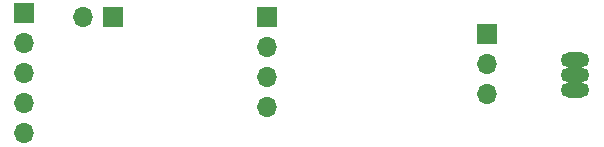
<source format=gbr>
%TF.GenerationSoftware,KiCad,Pcbnew,(6.0.4-0)*%
%TF.CreationDate,2025-08-27T16:44:19+02:00*%
%TF.ProjectId,FYP_temp,4659505f-7465-46d7-902e-6b696361645f,rev?*%
%TF.SameCoordinates,Original*%
%TF.FileFunction,Soldermask,Bot*%
%TF.FilePolarity,Negative*%
%FSLAX46Y46*%
G04 Gerber Fmt 4.6, Leading zero omitted, Abs format (unit mm)*
G04 Created by KiCad (PCBNEW (6.0.4-0)) date 2025-08-27 16:44:19*
%MOMM*%
%LPD*%
G01*
G04 APERTURE LIST*
%ADD10R,1.700000X1.700000*%
%ADD11O,1.700000X1.700000*%
%ADD12O,2.404000X1.304000*%
G04 APERTURE END LIST*
D10*
%TO.C,J_TMP36_TZ1*%
X47665000Y-28007500D03*
D11*
X47665000Y-30547500D03*
X47665000Y-33087500D03*
X47665000Y-35627500D03*
%TD*%
D12*
%TO.C,TMP36_9Z1*%
X73750000Y-34250000D03*
X73750000Y-32980000D03*
X73750000Y-31710000D03*
%TD*%
D10*
%TO.C,JP_ADD0*%
X34630000Y-28025000D03*
D11*
X32090000Y-28025000D03*
%TD*%
D10*
%TO.C,J_TMP117*%
X27105000Y-27735000D03*
D11*
X27105000Y-30275000D03*
X27105000Y-32815000D03*
X27105000Y-35355000D03*
X27105000Y-37895000D03*
%TD*%
D10*
%TO.C,J_TMP36_9Z1*%
X66250000Y-29455000D03*
D11*
X66250000Y-31995000D03*
X66250000Y-34535000D03*
%TD*%
M02*

</source>
